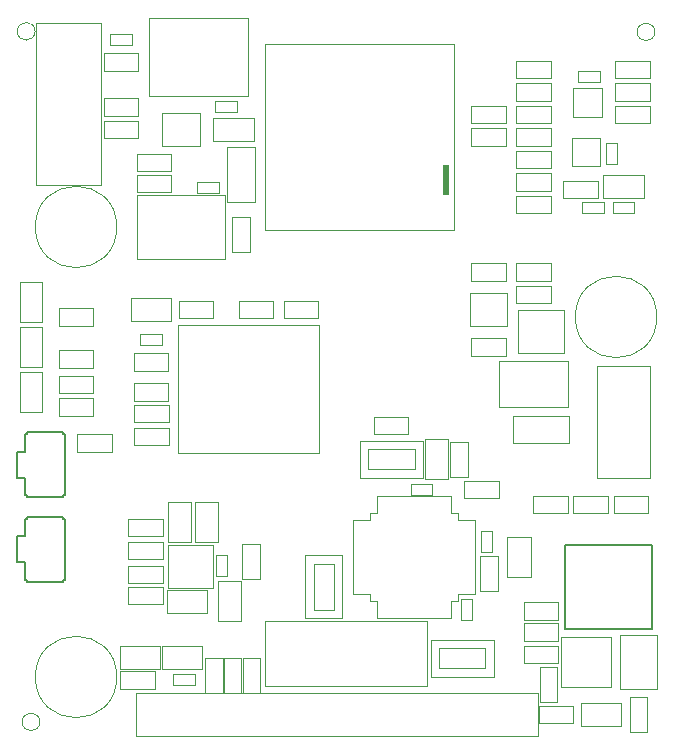
<source format=gbr>
G04 #@! TF.GenerationSoftware,KiCad,Pcbnew,(6.0.7)*
G04 #@! TF.CreationDate,2023-05-03T08:39:23-05:00*
G04 #@! TF.ProjectId,SapphineMinimal,53617070-6869-46e6-954d-696e696d616c,rev?*
G04 #@! TF.SameCoordinates,Original*
G04 #@! TF.FileFunction,Other,User*
%FSLAX46Y46*%
G04 Gerber Fmt 4.6, Leading zero omitted, Abs format (unit mm)*
G04 Created by KiCad (PCBNEW (6.0.7)) date 2023-05-03 08:39:23*
%MOMM*%
%LPD*%
G01*
G04 APERTURE LIST*
%ADD10C,0.050000*%
%ADD11C,0.152400*%
%ADD12C,0.010000*%
%ADD13C,0.100000*%
%ADD14C,0.120000*%
G04 APERTURE END LIST*
D10*
X122251278Y-77367618D02*
X122251278Y-78827618D01*
X119291278Y-78827618D02*
X119291278Y-77367618D01*
X122251278Y-78827618D02*
X119291278Y-78827618D01*
X119291278Y-77367618D02*
X122251278Y-77367618D01*
X85066426Y-101380992D02*
X85066426Y-102840992D01*
X85066426Y-102840992D02*
X82106426Y-102840992D01*
X82106426Y-101380992D02*
X85066426Y-101380992D01*
X82106426Y-102840992D02*
X82106426Y-101380992D01*
X78647946Y-80256618D02*
X84159746Y-80256618D01*
X84159746Y-66540618D02*
X78647946Y-66540618D01*
X84159746Y-80256618D02*
X84159746Y-66540618D01*
X78647946Y-66540618D02*
X78647946Y-80256618D01*
X96139878Y-120280218D02*
X97599878Y-120280218D01*
X97599878Y-123240218D02*
X96139878Y-123240218D01*
X96139878Y-123240218D02*
X96139878Y-120280218D01*
X97599878Y-120280218D02*
X97599878Y-123240218D01*
X122251278Y-71652618D02*
X122251278Y-73112618D01*
X122251278Y-73112618D02*
X119291278Y-73112618D01*
X119291278Y-71652618D02*
X122251278Y-71652618D01*
X119291278Y-73112618D02*
X119291278Y-71652618D01*
X87326278Y-74827618D02*
X87326278Y-76287618D01*
X84366278Y-74827618D02*
X87326278Y-74827618D01*
X87326278Y-76287618D02*
X84366278Y-76287618D01*
X84366278Y-76287618D02*
X84366278Y-74827618D01*
X90120278Y-79399618D02*
X90120278Y-80859618D01*
X90120278Y-80859618D02*
X87160278Y-80859618D01*
X87160278Y-80859618D02*
X87160278Y-79399618D01*
X87160278Y-79399618D02*
X90120278Y-79399618D01*
X127673278Y-73112618D02*
X127673278Y-71652618D01*
X130633278Y-71652618D02*
X130633278Y-73112618D01*
X130633278Y-73112618D02*
X127673278Y-73112618D01*
X127673278Y-71652618D02*
X130633278Y-71652618D01*
X89121078Y-121241618D02*
X85721078Y-121241618D01*
X89121078Y-119281618D02*
X89121078Y-121241618D01*
X85721078Y-119281618D02*
X89121078Y-119281618D01*
X85721078Y-121241618D02*
X85721078Y-119281618D01*
X94565078Y-123240218D02*
X94565078Y-120280218D01*
X96025078Y-120280218D02*
X96025078Y-123240218D01*
X94565078Y-120280218D02*
X96025078Y-120280218D01*
X96025078Y-123240218D02*
X94565078Y-123240218D01*
D11*
X77697046Y-101335015D02*
X77697046Y-102833615D01*
X77899146Y-101186016D02*
X77899146Y-101335015D01*
X77899146Y-101335015D02*
X77697046Y-101335015D01*
X77697046Y-105043415D02*
X77697046Y-106542015D01*
X81100646Y-106542015D02*
X81100646Y-101335015D01*
X77697046Y-102833615D02*
X77036646Y-102833615D01*
X80898546Y-106542015D02*
X81100646Y-106542015D01*
X77899146Y-106542015D02*
X77899146Y-106691014D01*
X77697046Y-106542015D02*
X77899146Y-106542015D01*
X80898546Y-106691014D02*
X80898546Y-106542015D01*
X81100646Y-101335015D02*
X80898546Y-101335015D01*
X80898546Y-101335015D02*
X80898546Y-101186016D01*
X77899146Y-106691014D02*
X80898546Y-106691014D01*
X80898546Y-101186016D02*
X77899146Y-101186016D01*
X77036646Y-102833615D02*
X77036646Y-105043415D01*
X77036646Y-105043415D02*
X77697046Y-105043415D01*
D10*
X85737878Y-122896618D02*
X85737878Y-121436618D01*
X85737878Y-121436618D02*
X88697878Y-121436618D01*
X88697878Y-122896618D02*
X85737878Y-122896618D01*
X88697878Y-121436618D02*
X88697878Y-122896618D01*
X122251278Y-79272618D02*
X122251278Y-80732618D01*
X119291278Y-79272618D02*
X122251278Y-79272618D01*
X119291278Y-80732618D02*
X119291278Y-79272618D01*
X122251278Y-80732618D02*
X119291278Y-80732618D01*
X124156278Y-125817618D02*
X121196278Y-125817618D01*
X124156278Y-124357618D02*
X124156278Y-125817618D01*
X121196278Y-125817618D02*
X121196278Y-124357618D01*
X121196278Y-124357618D02*
X124156278Y-124357618D01*
X91787278Y-110477618D02*
X89827278Y-110477618D01*
X89827278Y-107077618D02*
X91787278Y-107077618D01*
X91787278Y-107077618D02*
X91787278Y-110477618D01*
X89827278Y-110477618D02*
X89827278Y-107077618D01*
X78569878Y-67251818D02*
G75*
G03*
X78569878Y-67251818I-750000J0D01*
G01*
X124560278Y-70652618D02*
X126380278Y-70652618D01*
X126380278Y-71572618D02*
X124560278Y-71572618D01*
X126380278Y-70652618D02*
X126380278Y-71572618D01*
X124560278Y-71572618D02*
X124560278Y-70652618D01*
D11*
X130804278Y-111384318D02*
X130804278Y-117200918D01*
X123438278Y-117874018D02*
X123438278Y-117200918D01*
X123438278Y-111384318D02*
X123438278Y-110711218D01*
X123438278Y-117200918D02*
X123438278Y-117200918D01*
X130804278Y-117200918D02*
X130804278Y-117200918D01*
X123438278Y-110711218D02*
X130804278Y-110711218D01*
X130804278Y-117200918D02*
X130804278Y-117874018D01*
X130804278Y-110711218D02*
X130804278Y-111384318D01*
X130804278Y-117874018D02*
X123438278Y-117874018D01*
X123438278Y-117200918D02*
X123438278Y-111384318D01*
X130804278Y-111384318D02*
X130804278Y-111384318D01*
X123438278Y-111384318D02*
X123438278Y-111384318D01*
D10*
X90086278Y-91777618D02*
X86686278Y-91777618D01*
X86686278Y-89817618D02*
X90086278Y-89817618D01*
X86686278Y-91777618D02*
X86686278Y-89817618D01*
X90086278Y-89817618D02*
X90086278Y-91777618D01*
X94823278Y-113370618D02*
X93903278Y-113370618D01*
X93903278Y-113370618D02*
X93903278Y-111550618D01*
X94823278Y-111550618D02*
X94823278Y-113370618D01*
X93903278Y-111550618D02*
X94823278Y-111550618D01*
X130506278Y-108037618D02*
X127546278Y-108037618D01*
X127546278Y-108037618D02*
X127546278Y-106577618D01*
X127546278Y-106577618D02*
X130506278Y-106577618D01*
X130506278Y-106577618D02*
X130506278Y-108037618D01*
X111754278Y-117200918D02*
X98038278Y-117200918D01*
X98038278Y-117200918D02*
X98038278Y-122712718D01*
X111754278Y-122712718D02*
X111754278Y-117200918D01*
X98038278Y-122712718D02*
X111754278Y-122712718D01*
X126239712Y-81367618D02*
X123279712Y-81367618D01*
X123279712Y-79907618D02*
X126239712Y-79907618D01*
X123279712Y-81367618D02*
X123279712Y-79907618D01*
X126239712Y-79907618D02*
X126239712Y-81367618D01*
X94122278Y-80970618D02*
X92302278Y-80970618D01*
X94122278Y-80050618D02*
X94122278Y-80970618D01*
X92302278Y-80970618D02*
X92302278Y-80050618D01*
X92302278Y-80050618D02*
X94122278Y-80050618D01*
X118441278Y-75462618D02*
X118441278Y-76922618D01*
X115481278Y-75462618D02*
X118441278Y-75462618D01*
X115481278Y-76922618D02*
X115481278Y-75462618D01*
X118441278Y-76922618D02*
X115481278Y-76922618D01*
X122886278Y-119277618D02*
X122886278Y-120737618D01*
X119926278Y-120737618D02*
X119926278Y-119277618D01*
X119926278Y-119277618D02*
X122886278Y-119277618D01*
X122886278Y-120737618D02*
X119926278Y-120737618D01*
X126713603Y-81703914D02*
X126713603Y-82623914D01*
X124893603Y-81703914D02*
X126713603Y-81703914D01*
X126713603Y-82623914D02*
X124893603Y-82623914D01*
X124893603Y-82623914D02*
X124893603Y-81703914D01*
X96122478Y-110625018D02*
X97582478Y-110625018D01*
X97582478Y-113585018D02*
X96122478Y-113585018D01*
X96122478Y-113585018D02*
X96122478Y-110625018D01*
X97582478Y-110625018D02*
X97582478Y-113585018D01*
X130091278Y-79390185D02*
X130091278Y-81350185D01*
X130091278Y-81350185D02*
X126691278Y-81350185D01*
X126691278Y-81350185D02*
X126691278Y-79390185D01*
X126691278Y-79390185D02*
X130091278Y-79390185D01*
X88202000Y-66122500D02*
X88202000Y-72722500D01*
X96602000Y-66122500D02*
X88202000Y-66122500D01*
X88202000Y-72722500D02*
X96602000Y-72722500D01*
X96602000Y-72722500D02*
X96602000Y-66122500D01*
X90120278Y-79081618D02*
X87160278Y-79081618D01*
X87160278Y-79081618D02*
X87160278Y-77621618D01*
X87160278Y-77621618D02*
X90120278Y-77621618D01*
X90120278Y-77621618D02*
X90120278Y-79081618D01*
X115196840Y-102017618D02*
X115196840Y-104977618D01*
X113736840Y-104977618D02*
X113736840Y-102017618D01*
X113736840Y-102017618D02*
X115196840Y-102017618D01*
X115196840Y-104977618D02*
X113736840Y-104977618D01*
X122251278Y-82637618D02*
X119291278Y-82637618D01*
X119291278Y-81177618D02*
X122251278Y-81177618D01*
X119291278Y-82637618D02*
X119291278Y-81177618D01*
X122251278Y-81177618D02*
X122251278Y-82637618D01*
X131046278Y-67302618D02*
G75*
G03*
X131046278Y-67302618I-750000J0D01*
G01*
X122886278Y-115594618D02*
X122886278Y-117054618D01*
X119926278Y-117054618D02*
X119926278Y-115594618D01*
X122886278Y-117054618D02*
X119926278Y-117054618D01*
X119926278Y-115594618D02*
X122886278Y-115594618D01*
X92113278Y-107077618D02*
X94073278Y-107077618D01*
X92113278Y-110477618D02*
X92113278Y-107077618D01*
X94073278Y-107077618D02*
X94073278Y-110477618D01*
X94073278Y-110477618D02*
X92113278Y-110477618D01*
X94626278Y-81112618D02*
X87226278Y-81112618D01*
X87226278Y-86512618D02*
X94626278Y-86512618D01*
X94626278Y-86512618D02*
X94626278Y-81112618D01*
X87226278Y-81112618D02*
X87226278Y-86512618D01*
X116276840Y-111705170D02*
X117736840Y-111705170D01*
X117736840Y-111705170D02*
X117736840Y-114665170D01*
X116276840Y-114665170D02*
X116276840Y-111705170D01*
X117736840Y-114665170D02*
X116276840Y-114665170D01*
X89892722Y-98882068D02*
X89892722Y-100342068D01*
X89892722Y-100342068D02*
X86932722Y-100342068D01*
X86932722Y-98882068D02*
X89892722Y-98882068D01*
X86932722Y-100342068D02*
X86932722Y-98882068D01*
X102566278Y-90067618D02*
X102566278Y-91527618D01*
X99606278Y-90067618D02*
X102566278Y-90067618D01*
X99606278Y-91527618D02*
X99606278Y-90067618D01*
X102566278Y-91527618D02*
X99606278Y-91527618D01*
X119291278Y-69747618D02*
X122251278Y-69747618D01*
X119291278Y-71207618D02*
X119291278Y-69747618D01*
X122251278Y-71207618D02*
X119291278Y-71207618D01*
X122251278Y-69747618D02*
X122251278Y-71207618D01*
X87115000Y-123295000D02*
X87115000Y-126895000D01*
X87115000Y-126895000D02*
X121165000Y-126895000D01*
X121165000Y-126895000D02*
X121165000Y-123295000D01*
X121165000Y-123295000D02*
X87115000Y-123295000D01*
X127062801Y-106557356D02*
X127062801Y-108017356D01*
X124102801Y-108017356D02*
X124102801Y-106557356D01*
X124102801Y-106557356D02*
X127062801Y-106557356D01*
X127062801Y-108017356D02*
X124102801Y-108017356D01*
X93671278Y-76537618D02*
X93671278Y-74577618D01*
X93671278Y-74577618D02*
X97071278Y-74577618D01*
X97071278Y-76537618D02*
X93671278Y-76537618D01*
X97071278Y-74577618D02*
X97071278Y-76537618D01*
X83516278Y-98322618D02*
X83516278Y-99782618D01*
X83516278Y-99782618D02*
X80556278Y-99782618D01*
X80556278Y-98322618D02*
X83516278Y-98322618D01*
X80556278Y-99782618D02*
X80556278Y-98322618D01*
X116702040Y-119486918D02*
X116702040Y-121188718D01*
X117413240Y-121899918D02*
X112079240Y-121899918D01*
X117413240Y-118775718D02*
X117413240Y-121899918D01*
X112079240Y-121899918D02*
X112079240Y-118775718D01*
X112790440Y-119486918D02*
X116702040Y-119486918D01*
X112079240Y-118775718D02*
X117413240Y-118775718D01*
X116702040Y-121188718D02*
X112790440Y-121188718D01*
X112790440Y-121188718D02*
X112790440Y-119486918D01*
X85492000Y-83820000D02*
G75*
G03*
X85492000Y-83820000I-3450000J0D01*
G01*
X80556278Y-96417618D02*
X83516278Y-96417618D01*
X80556278Y-97877618D02*
X80556278Y-96417618D01*
X83516278Y-96417618D02*
X83516278Y-97877618D01*
X83516278Y-97877618D02*
X80556278Y-97877618D01*
X115561840Y-115287618D02*
X115561840Y-117107618D01*
X114641840Y-117107618D02*
X114641840Y-115287618D01*
X115561840Y-117107618D02*
X114641840Y-117107618D01*
X114641840Y-115287618D02*
X115561840Y-115287618D01*
X78976278Y-125722618D02*
G75*
G03*
X78976278Y-125722618I-750000J0D01*
G01*
X128186278Y-126067618D02*
X124786278Y-126067618D01*
X124786278Y-124107618D02*
X128186278Y-124107618D01*
X128186278Y-124107618D02*
X128186278Y-126067618D01*
X124786278Y-126067618D02*
X124786278Y-124107618D01*
X94856278Y-81717618D02*
X94856278Y-77017618D01*
X94856278Y-81717618D02*
X97156278Y-81717618D01*
X94856278Y-77017618D02*
X97156278Y-77017618D01*
X97156278Y-77017618D02*
X97156278Y-81717618D01*
X84366278Y-72922618D02*
X87326278Y-72922618D01*
X84366278Y-74382618D02*
X84366278Y-72922618D01*
X87326278Y-72922618D02*
X87326278Y-74382618D01*
X87326278Y-74382618D02*
X84366278Y-74382618D01*
X126915278Y-76679618D02*
X127835278Y-76679618D01*
X127835278Y-78499618D02*
X126915278Y-78499618D01*
X126915278Y-78499618D02*
X126915278Y-76679618D01*
X127835278Y-76679618D02*
X127835278Y-78499618D01*
X123713846Y-95197618D02*
X123713846Y-99097618D01*
X123713846Y-99097618D02*
X117813846Y-99097618D01*
X117813846Y-95197618D02*
X123713846Y-95197618D01*
X117813846Y-99097618D02*
X117813846Y-95197618D01*
X115481278Y-94702618D02*
X115481278Y-93242618D01*
X118441278Y-93242618D02*
X118441278Y-94702618D01*
X115481278Y-93242618D02*
X118441278Y-93242618D01*
X118441278Y-94702618D02*
X115481278Y-94702618D01*
X80556278Y-90702618D02*
X83516278Y-90702618D01*
X83516278Y-90702618D02*
X83516278Y-92162618D01*
X83516278Y-92162618D02*
X80556278Y-92162618D01*
X80556278Y-92162618D02*
X80556278Y-90702618D01*
X118441278Y-86892618D02*
X118441278Y-88352618D01*
X115481278Y-86892618D02*
X118441278Y-86892618D01*
X118441278Y-88352618D02*
X115481278Y-88352618D01*
X115481278Y-88352618D02*
X115481278Y-86892618D01*
X95978278Y-117208618D02*
X94018278Y-117208618D01*
X94018278Y-117208618D02*
X94018278Y-113808618D01*
X95978278Y-113808618D02*
X95978278Y-117208618D01*
X94018278Y-113808618D02*
X95978278Y-113808618D01*
X93142278Y-114528618D02*
X93142278Y-116488618D01*
X93142278Y-116488618D02*
X89742278Y-116488618D01*
X89742278Y-114528618D02*
X93142278Y-114528618D01*
X89742278Y-116488618D02*
X89742278Y-114528618D01*
X95646278Y-74112618D02*
X93826278Y-74112618D01*
X93826278Y-74112618D02*
X93826278Y-73192618D01*
X93826278Y-73192618D02*
X95646278Y-73192618D01*
X95646278Y-73192618D02*
X95646278Y-74112618D01*
X86406278Y-114270618D02*
X89366278Y-114270618D01*
X89366278Y-114270618D02*
X89366278Y-115730618D01*
X86406278Y-115730618D02*
X86406278Y-114270618D01*
X89366278Y-115730618D02*
X86406278Y-115730618D01*
X113541840Y-101797618D02*
X113541840Y-105197618D01*
X111581840Y-101797618D02*
X113541840Y-101797618D01*
X113541840Y-105197618D02*
X111581840Y-105197618D01*
X111581840Y-105197618D02*
X111581840Y-101797618D01*
X92526278Y-76957618D02*
X89326278Y-76957618D01*
X92526278Y-76957618D02*
X92526278Y-74157618D01*
X89326278Y-74157618D02*
X89326278Y-76957618D01*
X92526278Y-74157618D02*
X89326278Y-74157618D01*
X105499408Y-111760000D02*
X105499408Y-114910000D01*
X114399408Y-108610000D02*
X114399408Y-108010000D01*
X107499408Y-108010000D02*
X107499408Y-106610000D01*
X107499408Y-115510000D02*
X107499408Y-116910000D01*
X113799408Y-108010000D02*
X113799408Y-106610000D01*
X105499408Y-114910000D02*
X106899408Y-114910000D01*
X114399408Y-115510000D02*
X113799408Y-115510000D01*
X114399408Y-108010000D02*
X113799408Y-108010000D01*
X107499408Y-116910000D02*
X110649408Y-116910000D01*
X113799408Y-115510000D02*
X113799408Y-116910000D01*
X114399408Y-114910000D02*
X114399408Y-115510000D01*
X106899408Y-115510000D02*
X107499408Y-115510000D01*
X105499408Y-111760000D02*
X105499408Y-108610000D01*
X106899408Y-108010000D02*
X107499408Y-108010000D01*
X115799408Y-111760000D02*
X115799408Y-114910000D01*
X113799408Y-116910000D02*
X110649408Y-116910000D01*
X106899408Y-114910000D02*
X106899408Y-115510000D01*
X106899408Y-108610000D02*
X106899408Y-108010000D01*
X107499408Y-106610000D02*
X110649408Y-106610000D01*
X115799408Y-114910000D02*
X114399408Y-114910000D01*
X115799408Y-111760000D02*
X115799408Y-108610000D01*
X105499408Y-108610000D02*
X106899408Y-108610000D01*
X113799408Y-106610000D02*
X110649408Y-106610000D01*
X115799408Y-108610000D02*
X114399408Y-108610000D01*
X130633278Y-73557618D02*
X130633278Y-75017618D01*
X127673278Y-75017618D02*
X127673278Y-73557618D01*
X130633278Y-75017618D02*
X127673278Y-75017618D01*
X127673278Y-73557618D02*
X130633278Y-73557618D01*
X104591508Y-111633000D02*
X104591508Y-116967000D01*
X101467308Y-111633000D02*
X104591508Y-111633000D01*
X103880308Y-116255800D02*
X102178508Y-116255800D01*
X102178508Y-112344200D02*
X103880308Y-112344200D01*
X103880308Y-112344200D02*
X103880308Y-116255800D01*
X101467308Y-116967000D02*
X101467308Y-111633000D01*
X102178508Y-116255800D02*
X102178508Y-112344200D01*
X104591508Y-116967000D02*
X101467308Y-116967000D01*
X86756278Y-68397618D02*
X84936278Y-68397618D01*
X86756278Y-67477618D02*
X86756278Y-68397618D01*
X84936278Y-67477618D02*
X86756278Y-67477618D01*
X84936278Y-68397618D02*
X84936278Y-67477618D01*
X114045000Y-68335000D02*
X98045000Y-68335000D01*
X98045000Y-84085000D02*
X114045000Y-84085000D01*
X114045000Y-84085000D02*
X114045000Y-68335000D01*
X98045000Y-68335000D02*
X98045000Y-84085000D01*
G36*
X113515000Y-81018690D02*
G01*
X113129720Y-81018690D01*
X113129720Y-78610000D01*
X113515000Y-78610000D01*
X113515000Y-81018690D01*
G37*
D12*
X113515000Y-81018690D02*
X113129720Y-81018690D01*
X113129720Y-78610000D01*
X113515000Y-78610000D01*
X113515000Y-81018690D01*
D10*
X79176278Y-88482618D02*
X79176278Y-91842618D01*
X79176278Y-91842618D02*
X77276278Y-91842618D01*
X77276278Y-88482618D02*
X79176278Y-88482618D01*
X77276278Y-91842618D02*
X77276278Y-88482618D01*
X126133846Y-105072618D02*
X126133846Y-95572618D01*
X130633846Y-105072618D02*
X126133846Y-105072618D01*
X130633846Y-95572618D02*
X130633846Y-105072618D01*
X126133846Y-95572618D02*
X130633846Y-95572618D01*
X95276278Y-82967618D02*
X96736278Y-82967618D01*
X96736278Y-85927618D02*
X95276278Y-85927618D01*
X96736278Y-82967618D02*
X96736278Y-85927618D01*
X95276278Y-85927618D02*
X95276278Y-82967618D01*
X86406278Y-113952618D02*
X86406278Y-112492618D01*
X89366278Y-113952618D02*
X86406278Y-113952618D01*
X89366278Y-112492618D02*
X89366278Y-113952618D01*
X86406278Y-112492618D02*
X89366278Y-112492618D01*
X92727878Y-121241618D02*
X89327878Y-121241618D01*
X89327878Y-121241618D02*
X89327878Y-119281618D01*
X89327878Y-119281618D02*
X92727878Y-119281618D01*
X92727878Y-119281618D02*
X92727878Y-121241618D01*
X93676278Y-90067618D02*
X93676278Y-91527618D01*
X90716278Y-91527618D02*
X90716278Y-90067618D01*
X93676278Y-91527618D02*
X90716278Y-91527618D01*
X90716278Y-90067618D02*
X93676278Y-90067618D01*
X112201840Y-105577618D02*
X112201840Y-106497618D01*
X112201840Y-106497618D02*
X110381840Y-106497618D01*
X110381840Y-106497618D02*
X110381840Y-105577618D01*
X110381840Y-105577618D02*
X112201840Y-105577618D01*
X129301278Y-82623914D02*
X127481278Y-82623914D01*
X127481278Y-82623914D02*
X127481278Y-81703914D01*
X127481278Y-81703914D02*
X129301278Y-81703914D01*
X129301278Y-81703914D02*
X129301278Y-82623914D01*
X128931278Y-126567618D02*
X128931278Y-123607618D01*
X130391278Y-126567618D02*
X128931278Y-126567618D01*
X128931278Y-123607618D02*
X130391278Y-123607618D01*
X130391278Y-123607618D02*
X130391278Y-126567618D01*
X119291278Y-88352618D02*
X119291278Y-86892618D01*
X122251278Y-86892618D02*
X122251278Y-88352618D01*
X119291278Y-86892618D02*
X122251278Y-86892618D01*
X122251278Y-88352618D02*
X119291278Y-88352618D01*
X122251278Y-73557618D02*
X122251278Y-75017618D01*
X119291278Y-73557618D02*
X122251278Y-73557618D01*
X119291278Y-75017618D02*
X119291278Y-73557618D01*
X122251278Y-75017618D02*
X119291278Y-75017618D01*
X123756278Y-102107618D02*
X119056278Y-102107618D01*
X119056278Y-99807618D02*
X123756278Y-99807618D01*
X123756278Y-102107618D02*
X123756278Y-99807618D01*
X119056278Y-102107618D02*
X119056278Y-99807618D01*
X119291278Y-90257618D02*
X119291278Y-88797618D01*
X122251278Y-90257618D02*
X119291278Y-90257618D01*
X122251278Y-88797618D02*
X122251278Y-90257618D01*
X119291278Y-88797618D02*
X122251278Y-88797618D01*
X118566840Y-113452618D02*
X118566840Y-110052618D01*
X120526840Y-113452618D02*
X118566840Y-113452618D01*
X118566840Y-110052618D02*
X120526840Y-110052618D01*
X120526840Y-110052618D02*
X120526840Y-113452618D01*
X110186278Y-101361561D02*
X107226278Y-101361561D01*
X110186278Y-99901561D02*
X110186278Y-101361561D01*
X107226278Y-99901561D02*
X110186278Y-99901561D01*
X107226278Y-101361561D02*
X107226278Y-99901561D01*
X77276278Y-99462618D02*
X77276278Y-96102618D01*
X79176278Y-96102618D02*
X79176278Y-99462618D01*
X79176278Y-99462618D02*
X77276278Y-99462618D01*
X77276278Y-96102618D02*
X79176278Y-96102618D01*
X115361278Y-89397618D02*
X118561278Y-89397618D01*
X118561278Y-92197618D02*
X118561278Y-89397618D01*
X115361278Y-92197618D02*
X118561278Y-92197618D01*
X115361278Y-89397618D02*
X115361278Y-92197618D01*
X98756278Y-91527618D02*
X95796278Y-91527618D01*
X98756278Y-90067618D02*
X98756278Y-91527618D01*
X95796278Y-91527618D02*
X95796278Y-90067618D01*
X95796278Y-90067618D02*
X98756278Y-90067618D01*
X122251278Y-76922618D02*
X119291278Y-76922618D01*
X119291278Y-76922618D02*
X119291278Y-75462618D01*
X119291278Y-75462618D02*
X122251278Y-75462618D01*
X122251278Y-75462618D02*
X122251278Y-76922618D01*
X89866278Y-95972618D02*
X86906278Y-95972618D01*
X86906278Y-94512618D02*
X89866278Y-94512618D01*
X89866278Y-94512618D02*
X89866278Y-95972618D01*
X86906278Y-95972618D02*
X86906278Y-94512618D01*
X79176278Y-95652618D02*
X77276278Y-95652618D01*
X79176278Y-92292618D02*
X79176278Y-95652618D01*
X77276278Y-95652618D02*
X77276278Y-92292618D01*
X77276278Y-92292618D02*
X79176278Y-92292618D01*
X84366278Y-69112618D02*
X87326278Y-69112618D01*
X84366278Y-70572618D02*
X84366278Y-69112618D01*
X87326278Y-69112618D02*
X87326278Y-70572618D01*
X87326278Y-70572618D02*
X84366278Y-70572618D01*
X121311278Y-124027618D02*
X121311278Y-121067618D01*
X122771278Y-121067618D02*
X122771278Y-124027618D01*
X121311278Y-121067618D02*
X122771278Y-121067618D01*
X122771278Y-124027618D02*
X121311278Y-124027618D01*
X131261278Y-118342618D02*
X131261278Y-122942618D01*
X131261278Y-122942618D02*
X128061278Y-122942618D01*
X128061278Y-118342618D02*
X131261278Y-118342618D01*
X128061278Y-122942618D02*
X128061278Y-118342618D01*
X92990278Y-120280218D02*
X94450278Y-120280218D01*
X92990278Y-123240218D02*
X92990278Y-120280218D01*
X94450278Y-120280218D02*
X94450278Y-123240218D01*
X94450278Y-123240218D02*
X92990278Y-123240218D01*
X127673278Y-71207618D02*
X127673278Y-69747618D01*
X130633278Y-71207618D02*
X127673278Y-71207618D01*
X130633278Y-69747618D02*
X130633278Y-71207618D01*
X127673278Y-69747618D02*
X130633278Y-69747618D01*
X90711278Y-92128618D02*
X90711278Y-102928618D01*
X90711278Y-102928618D02*
X102571278Y-102928618D01*
X102571278Y-102928618D02*
X102571278Y-92128618D01*
X102571278Y-92128618D02*
X90711278Y-92128618D01*
X115481278Y-73557618D02*
X118441278Y-73557618D01*
X118441278Y-73557618D02*
X118441278Y-75017618D01*
X118441278Y-75017618D02*
X115481278Y-75017618D01*
X115481278Y-75017618D02*
X115481278Y-73557618D01*
X89366278Y-110460618D02*
X89366278Y-111920618D01*
X86406278Y-110460618D02*
X89366278Y-110460618D01*
X86406278Y-111920618D02*
X86406278Y-110460618D01*
X89366278Y-111920618D02*
X86406278Y-111920618D01*
X90270278Y-122626618D02*
X90270278Y-121706618D01*
X92090278Y-121706618D02*
X92090278Y-122626618D01*
X92090278Y-122626618D02*
X90270278Y-122626618D01*
X90270278Y-121706618D02*
X92090278Y-121706618D01*
X117851840Y-105307618D02*
X117851840Y-106767618D01*
X114891840Y-105307618D02*
X117851840Y-105307618D01*
X114891840Y-106767618D02*
X114891840Y-105307618D01*
X117851840Y-106767618D02*
X114891840Y-106767618D01*
X120752739Y-108017356D02*
X120752739Y-106557356D01*
X120752739Y-106557356D02*
X123712739Y-106557356D01*
X123712739Y-106557356D02*
X123712739Y-108017356D01*
X123712739Y-108017356D02*
X120752739Y-108017356D01*
X123096278Y-122762618D02*
X127336278Y-122762618D01*
X127336278Y-118522618D02*
X123096278Y-118522618D01*
X127336278Y-122762618D02*
X127336278Y-118522618D01*
X123096278Y-118522618D02*
X123096278Y-122762618D01*
X80556278Y-94262058D02*
X83516278Y-94262058D01*
X83516278Y-95722058D02*
X80556278Y-95722058D01*
X80556278Y-95722058D02*
X80556278Y-94262058D01*
X83516278Y-94262058D02*
X83516278Y-95722058D01*
X126426278Y-76252618D02*
X126426278Y-78672618D01*
X124006278Y-78672618D02*
X124006278Y-76252618D01*
X126426278Y-78672618D02*
X124006278Y-78672618D01*
X124006278Y-76252618D02*
X126426278Y-76252618D01*
X119456278Y-94527618D02*
X119456278Y-90877618D01*
X123356278Y-90877618D02*
X119456278Y-90877618D01*
X123356278Y-94527618D02*
X119456278Y-94527618D01*
X123356278Y-90877618D02*
X123356278Y-94527618D01*
D13*
X93596278Y-110787618D02*
X93596278Y-114387618D01*
X89796278Y-110787618D02*
X93596278Y-110787618D01*
X89796278Y-114387618D02*
X89796278Y-110787618D01*
X93596278Y-114387618D02*
X89796278Y-114387618D01*
D10*
X116318240Y-111341818D02*
X116318240Y-109521818D01*
X117238240Y-109521818D02*
X117238240Y-111341818D01*
X117238240Y-111341818D02*
X116318240Y-111341818D01*
X116318240Y-109521818D02*
X117238240Y-109521818D01*
X85492000Y-121920000D02*
G75*
G03*
X85492000Y-121920000I-3450000J0D01*
G01*
D14*
X124089278Y-72017618D02*
X124089278Y-74525618D01*
X126597278Y-72017618D02*
X124089278Y-72017618D01*
X124089278Y-74525618D02*
X126597278Y-74525618D01*
X126597278Y-74525618D02*
X126597278Y-72017618D01*
D10*
X86906278Y-98512618D02*
X86906278Y-97052618D01*
X89866278Y-98512618D02*
X86906278Y-98512618D01*
X89866278Y-97052618D02*
X89866278Y-98512618D01*
X86906278Y-97052618D02*
X89866278Y-97052618D01*
D11*
X80898546Y-108514118D02*
X80898546Y-108365119D01*
X80898546Y-108365119D02*
X77899146Y-108365119D01*
X77697046Y-113721118D02*
X77899146Y-113721118D01*
X81100646Y-113721118D02*
X81100646Y-108514118D01*
X77697046Y-108514118D02*
X77697046Y-110012718D01*
X77697046Y-112222518D02*
X77697046Y-113721118D01*
X77899146Y-108514118D02*
X77697046Y-108514118D01*
X80898546Y-113721118D02*
X81100646Y-113721118D01*
X77036646Y-112222518D02*
X77697046Y-112222518D01*
X77899146Y-113721118D02*
X77899146Y-113870117D01*
X77036646Y-110012718D02*
X77036646Y-112222518D01*
X81100646Y-108514118D02*
X80898546Y-108514118D01*
X80898546Y-113870117D02*
X80898546Y-113721118D01*
X77899146Y-108365119D02*
X77899146Y-108514118D01*
X77899146Y-113870117D02*
X80898546Y-113870117D01*
X77697046Y-110012718D02*
X77036646Y-110012718D01*
D10*
X89296278Y-93797618D02*
X87476278Y-93797618D01*
X87476278Y-92877618D02*
X89296278Y-92877618D01*
X87476278Y-93797618D02*
X87476278Y-92877618D01*
X89296278Y-92877618D02*
X89296278Y-93797618D01*
X89883241Y-100817019D02*
X89883241Y-102277019D01*
X89883241Y-102277019D02*
X86923241Y-102277019D01*
X86923241Y-102277019D02*
X86923241Y-100817019D01*
X86923241Y-100817019D02*
X89883241Y-100817019D01*
X89366278Y-108555618D02*
X89366278Y-110015618D01*
X86406278Y-110015618D02*
X86406278Y-108555618D01*
X89366278Y-110015618D02*
X86406278Y-110015618D01*
X86406278Y-108555618D02*
X89366278Y-108555618D01*
X111418840Y-105059718D02*
X106084840Y-105059718D01*
X110707640Y-102646718D02*
X110707640Y-104348518D01*
X106796040Y-102646718D02*
X110707640Y-102646718D01*
X106084840Y-101935518D02*
X111418840Y-101935518D01*
X111418840Y-101935518D02*
X111418840Y-105059718D01*
X106084840Y-105059718D02*
X106084840Y-101935518D01*
X110707640Y-104348518D02*
X106796040Y-104348518D01*
X106796040Y-104348518D02*
X106796040Y-102646718D01*
X119926278Y-118832618D02*
X119926278Y-117372618D01*
X119926278Y-117372618D02*
X122886278Y-117372618D01*
X122886278Y-118832618D02*
X119926278Y-118832618D01*
X122886278Y-117372618D02*
X122886278Y-118832618D01*
X131212000Y-91440000D02*
G75*
G03*
X131212000Y-91440000I-3450000J0D01*
G01*
M02*

</source>
